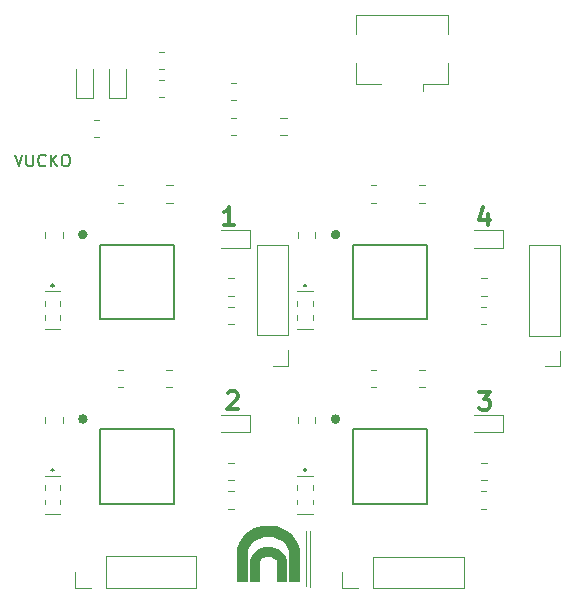
<source format=gbr>
%TF.GenerationSoftware,KiCad,Pcbnew,(6.0.4)*%
%TF.CreationDate,2022-04-04T02:45:16+02:00*%
%TF.ProjectId,DUINO,4455494e-4f2e-46b6-9963-61645f706362,rev?*%
%TF.SameCoordinates,Original*%
%TF.FileFunction,Legend,Top*%
%TF.FilePolarity,Positive*%
%FSLAX46Y46*%
G04 Gerber Fmt 4.6, Leading zero omitted, Abs format (unit mm)*
G04 Created by KiCad (PCBNEW (6.0.4)) date 2022-04-04 02:45:16*
%MOMM*%
%LPD*%
G01*
G04 APERTURE LIST*
%ADD10C,0.120000*%
%ADD11C,0.150000*%
%ADD12C,0.300000*%
%ADD13C,0.200000*%
%ADD14C,0.400000*%
%ADD15C,0.100000*%
%ADD16C,0.010000*%
G04 APERTURE END LIST*
D10*
X178628040Y-137012680D02*
X178628040Y-132339080D01*
X178272440Y-136961880D02*
X178272440Y-132339080D01*
D11*
X153575047Y-100442780D02*
X153908380Y-101442780D01*
X154241714Y-100442780D01*
X154575047Y-100442780D02*
X154575047Y-101252304D01*
X154622666Y-101347542D01*
X154670285Y-101395161D01*
X154765523Y-101442780D01*
X154956000Y-101442780D01*
X155051238Y-101395161D01*
X155098857Y-101347542D01*
X155146476Y-101252304D01*
X155146476Y-100442780D01*
X156194095Y-101347542D02*
X156146476Y-101395161D01*
X156003619Y-101442780D01*
X155908380Y-101442780D01*
X155765523Y-101395161D01*
X155670285Y-101299923D01*
X155622666Y-101204685D01*
X155575047Y-101014209D01*
X155575047Y-100871352D01*
X155622666Y-100680876D01*
X155670285Y-100585638D01*
X155765523Y-100490400D01*
X155908380Y-100442780D01*
X156003619Y-100442780D01*
X156146476Y-100490400D01*
X156194095Y-100538019D01*
X156622666Y-101442780D02*
X156622666Y-100442780D01*
X157194095Y-101442780D02*
X156765523Y-100871352D01*
X157194095Y-100442780D02*
X156622666Y-101014209D01*
X157813142Y-100442780D02*
X158003619Y-100442780D01*
X158098857Y-100490400D01*
X158194095Y-100585638D01*
X158241714Y-100776114D01*
X158241714Y-101109447D01*
X158194095Y-101299923D01*
X158098857Y-101395161D01*
X158003619Y-101442780D01*
X157813142Y-101442780D01*
X157717904Y-101395161D01*
X157622666Y-101299923D01*
X157575047Y-101109447D01*
X157575047Y-100776114D01*
X157622666Y-100585638D01*
X157717904Y-100490400D01*
X157813142Y-100442780D01*
D12*
X192895600Y-120539771D02*
X193824171Y-120539771D01*
X193324171Y-121111200D01*
X193538457Y-121111200D01*
X193681314Y-121182628D01*
X193752742Y-121254057D01*
X193824171Y-121396914D01*
X193824171Y-121754057D01*
X193752742Y-121896914D01*
X193681314Y-121968342D01*
X193538457Y-122039771D01*
X193109885Y-122039771D01*
X192967028Y-121968342D01*
X192895600Y-121896914D01*
X172183371Y-106393371D02*
X171326228Y-106393371D01*
X171754800Y-106393371D02*
X171754800Y-104893371D01*
X171611942Y-105107657D01*
X171469085Y-105250514D01*
X171326228Y-105321942D01*
X193630514Y-105444171D02*
X193630514Y-106444171D01*
X193273371Y-104872742D02*
X192916228Y-105944171D01*
X193844800Y-105944171D01*
X171631028Y-120631828D02*
X171702457Y-120560400D01*
X171845314Y-120488971D01*
X172202457Y-120488971D01*
X172345314Y-120560400D01*
X172416742Y-120631828D01*
X172488171Y-120774685D01*
X172488171Y-120917542D01*
X172416742Y-121131828D01*
X171559600Y-121988971D01*
X172488171Y-121988971D01*
D10*
%TO.C,C6*%
X166943752Y-118673000D02*
X166421248Y-118673000D01*
X166943752Y-120143000D02*
X166421248Y-120143000D01*
%TO.C,C7*%
X188343252Y-120143000D02*
X187820748Y-120143000D01*
X188343252Y-118673000D02*
X187820748Y-118673000D01*
%TO.C,C8*%
X166948752Y-104522000D02*
X166426248Y-104522000D01*
X166948752Y-103052000D02*
X166426248Y-103052000D01*
%TO.C,C9*%
X188343252Y-103052000D02*
X187820748Y-103052000D01*
X188343252Y-104522000D02*
X187820748Y-104522000D01*
%TO.C,C10*%
X157638500Y-123161752D02*
X157638500Y-122639248D01*
X156168500Y-123161752D02*
X156168500Y-122639248D01*
%TO.C,C11*%
X177568000Y-123161752D02*
X177568000Y-122639248D01*
X179038000Y-123161752D02*
X179038000Y-122639248D01*
%TO.C,C12*%
X157638500Y-107540752D02*
X157638500Y-107018248D01*
X156168500Y-107540752D02*
X156168500Y-107018248D01*
%TO.C,C13*%
X179038000Y-107540752D02*
X179038000Y-107018248D01*
X177568000Y-107540752D02*
X177568000Y-107018248D01*
%TO.C,C14*%
X171628248Y-128017000D02*
X172150752Y-128017000D01*
X171628248Y-126547000D02*
X172150752Y-126547000D01*
%TO.C,C15*%
X193027748Y-128017000D02*
X193550252Y-128017000D01*
X193027748Y-126547000D02*
X193550252Y-126547000D01*
%TO.C,C16*%
X171628248Y-110926000D02*
X172150752Y-110926000D01*
X171628248Y-112396000D02*
X172150752Y-112396000D01*
%TO.C,C17*%
X193027748Y-112396000D02*
X193550252Y-112396000D01*
X193027748Y-110926000D02*
X193550252Y-110926000D01*
%TO.C,C19*%
X176600752Y-98779000D02*
X176078248Y-98779000D01*
X176600752Y-97309000D02*
X176078248Y-97309000D01*
%TO.C,D9*%
X173549500Y-123953000D02*
X173549500Y-122483000D01*
X171089500Y-123953000D02*
X173549500Y-123953000D01*
X173549500Y-122483000D02*
X171089500Y-122483000D01*
%TO.C,D10*%
X194949000Y-123953000D02*
X194949000Y-122483000D01*
X194949000Y-122483000D02*
X192489000Y-122483000D01*
X192489000Y-123953000D02*
X194949000Y-123953000D01*
%TO.C,D11*%
X171089500Y-108332000D02*
X173549500Y-108332000D01*
X173549500Y-108332000D02*
X173549500Y-106862000D01*
X173549500Y-106862000D02*
X171089500Y-106862000D01*
%TO.C,D12*%
X194949000Y-106862000D02*
X192489000Y-106862000D01*
X194949000Y-108332000D02*
X194949000Y-106862000D01*
X192489000Y-108332000D02*
X194949000Y-108332000D01*
%TO.C,D13*%
X161571000Y-95640000D02*
X163041000Y-95640000D01*
X163041000Y-95640000D02*
X163041000Y-93180000D01*
X161571000Y-93180000D02*
X161571000Y-95640000D01*
%TO.C,D17*%
X160247000Y-95640000D02*
X160247000Y-93180000D01*
X158777000Y-95640000D02*
X160247000Y-95640000D01*
X158777000Y-93180000D02*
X158777000Y-95640000D01*
D13*
%TO.C,IC1*%
X160802000Y-129987500D02*
X160802000Y-123687500D01*
X160802000Y-123687500D02*
X167102000Y-123687500D01*
X167102000Y-123687500D02*
X167102000Y-129987500D01*
X167102000Y-129987500D02*
X160802000Y-129987500D01*
D14*
X159552000Y-122837500D02*
G75*
G03*
X159552000Y-122837500I-200000J0D01*
G01*
%TO.C,IC2*%
X180951500Y-122837500D02*
G75*
G03*
X180951500Y-122837500I-200000J0D01*
G01*
D13*
X188501500Y-123687500D02*
X188501500Y-129987500D01*
X188501500Y-129987500D02*
X182201500Y-129987500D01*
X182201500Y-123687500D02*
X188501500Y-123687500D01*
X182201500Y-129987500D02*
X182201500Y-123687500D01*
%TO.C,IC4*%
X188501500Y-114366500D02*
X182201500Y-114366500D01*
X182201500Y-108066500D02*
X188501500Y-108066500D01*
X182201500Y-114366500D02*
X182201500Y-108066500D01*
X188501500Y-108066500D02*
X188501500Y-114366500D01*
D14*
X180951500Y-107216500D02*
G75*
G03*
X180951500Y-107216500I-200000J0D01*
G01*
D10*
%TO.C,J1*%
X182512500Y-88613500D02*
X182512500Y-90223500D01*
X190232500Y-92723500D02*
X190232500Y-94433500D01*
X188172500Y-94433500D02*
X188172500Y-95023500D01*
X182512500Y-94433500D02*
X184572500Y-94433500D01*
X190232500Y-88613500D02*
X182512500Y-88613500D01*
X182512500Y-92723500D02*
X182512500Y-94433500D01*
X190232500Y-94433500D02*
X188172500Y-94433500D01*
X190232500Y-88613500D02*
X190232500Y-90223500D01*
%TO.C,R17*%
X162327936Y-120143000D02*
X162782064Y-120143000D01*
X162327936Y-118673000D02*
X162782064Y-118673000D01*
%TO.C,R18*%
X183727436Y-118673000D02*
X184181564Y-118673000D01*
X183727436Y-120143000D02*
X184181564Y-120143000D01*
%TO.C,R19*%
X162327936Y-104522000D02*
X162782064Y-104522000D01*
X162327936Y-103052000D02*
X162782064Y-103052000D01*
%TO.C,R20*%
X183727436Y-104522000D02*
X184181564Y-104522000D01*
X183727436Y-103052000D02*
X184181564Y-103052000D01*
%TO.C,R21*%
X172116564Y-130430000D02*
X171662436Y-130430000D01*
X172116564Y-128960000D02*
X171662436Y-128960000D01*
%TO.C,R22*%
X193516064Y-130430000D02*
X193061936Y-130430000D01*
X193516064Y-128960000D02*
X193061936Y-128960000D01*
%TO.C,R23*%
X172116564Y-113339000D02*
X171662436Y-113339000D01*
X172116564Y-114809000D02*
X171662436Y-114809000D01*
%TO.C,R24*%
X193516064Y-114809000D02*
X193061936Y-114809000D01*
X193516064Y-113339000D02*
X193061936Y-113339000D01*
%TO.C,R25*%
X172312064Y-94388000D02*
X171857936Y-94388000D01*
X172312064Y-95858000D02*
X171857936Y-95858000D01*
%TO.C,R26*%
X171857936Y-98779000D02*
X172312064Y-98779000D01*
X171857936Y-97309000D02*
X172312064Y-97309000D01*
%TO.C,R27*%
X165761936Y-94134000D02*
X166216064Y-94134000D01*
X165761936Y-95604000D02*
X166216064Y-95604000D01*
%TO.C,R28*%
X165761936Y-93191000D02*
X166216064Y-93191000D01*
X165761936Y-91721000D02*
X166216064Y-91721000D01*
%TO.C,R30*%
X160300936Y-98969500D02*
X160755064Y-98969500D01*
X160300936Y-97499500D02*
X160755064Y-97499500D01*
D15*
%TO.C,Y1*%
X156126500Y-129650500D02*
X156126500Y-130050500D01*
X157426500Y-127650500D02*
X156126500Y-127650500D01*
X157426500Y-130850500D02*
X156126500Y-130850500D01*
X157426500Y-129650500D02*
X157426500Y-130050500D01*
D13*
X156876500Y-127150500D02*
X156876500Y-127150500D01*
X156676500Y-127150500D02*
X156676500Y-127150500D01*
D15*
X157426500Y-128450500D02*
X157426500Y-128850500D01*
X156126500Y-128450500D02*
X156126500Y-128850500D01*
D13*
X156676500Y-127150500D02*
G75*
G03*
X156876500Y-127150500I100000J0D01*
G01*
X156876500Y-127150500D02*
G75*
G03*
X156676500Y-127150500I-100000J0D01*
G01*
D15*
%TO.C,Y2*%
X177526000Y-129650500D02*
X177526000Y-130050500D01*
X178826000Y-128450500D02*
X178826000Y-128850500D01*
X178826000Y-127650500D02*
X177526000Y-127650500D01*
X178826000Y-130850500D02*
X177526000Y-130850500D01*
X177526000Y-128450500D02*
X177526000Y-128850500D01*
D13*
X178076000Y-127150500D02*
X178076000Y-127150500D01*
X178276000Y-127150500D02*
X178276000Y-127150500D01*
D15*
X178826000Y-129650500D02*
X178826000Y-130050500D01*
D13*
X178276000Y-127150500D02*
G75*
G03*
X178076000Y-127150500I-100000J0D01*
G01*
X178076000Y-127150500D02*
G75*
G03*
X178276000Y-127150500I100000J0D01*
G01*
D15*
%TO.C,Y3*%
X157426500Y-115229500D02*
X156126500Y-115229500D01*
X156126500Y-112829500D02*
X156126500Y-113229500D01*
X157426500Y-114029500D02*
X157426500Y-114429500D01*
X157426500Y-112029500D02*
X156126500Y-112029500D01*
X156126500Y-114029500D02*
X156126500Y-114429500D01*
D13*
X156876500Y-111529500D02*
X156876500Y-111529500D01*
X156676500Y-111529500D02*
X156676500Y-111529500D01*
D15*
X157426500Y-112829500D02*
X157426500Y-113229500D01*
D13*
X156676500Y-111529500D02*
G75*
G03*
X156876500Y-111529500I100000J0D01*
G01*
X156876500Y-111529500D02*
G75*
G03*
X156676500Y-111529500I-100000J0D01*
G01*
D15*
%TO.C,Y4*%
X177526000Y-112829500D02*
X177526000Y-113229500D01*
X178826000Y-115229500D02*
X177526000Y-115229500D01*
X177526000Y-114029500D02*
X177526000Y-114429500D01*
D13*
X178076000Y-111529500D02*
X178076000Y-111529500D01*
X178276000Y-111529500D02*
X178276000Y-111529500D01*
D15*
X178826000Y-112029500D02*
X177526000Y-112029500D01*
X178826000Y-114029500D02*
X178826000Y-114429500D01*
X178826000Y-112829500D02*
X178826000Y-113229500D01*
D13*
X178076000Y-111529500D02*
G75*
G03*
X178276000Y-111529500I100000J0D01*
G01*
X178276000Y-111529500D02*
G75*
G03*
X178076000Y-111529500I-100000J0D01*
G01*
%TO.C,IC3*%
X160802000Y-114366500D02*
X160802000Y-108066500D01*
X167102000Y-114366500D02*
X160802000Y-114366500D01*
X167102000Y-108066500D02*
X167102000Y-114366500D01*
X160802000Y-108066500D02*
X167102000Y-108066500D01*
D14*
X159552000Y-107216500D02*
G75*
G03*
X159552000Y-107216500I-200000J0D01*
G01*
%TO.C,L1*%
G36*
X175156041Y-133684584D02*
G01*
X175250520Y-133687682D01*
X175325306Y-133693900D01*
X175390549Y-133704393D01*
X175456398Y-133720318D01*
X175520975Y-133739154D01*
X175758319Y-133829272D01*
X175969940Y-133946692D01*
X176153732Y-134089742D01*
X176307586Y-134256752D01*
X176429396Y-134446050D01*
X176441057Y-134468779D01*
X176466206Y-134521517D01*
X176487226Y-134573213D01*
X176504485Y-134627931D01*
X176518352Y-134689735D01*
X176529195Y-134762689D01*
X176537382Y-134850857D01*
X176543280Y-134958302D01*
X176547259Y-135089090D01*
X176549687Y-135247283D01*
X176550931Y-135436946D01*
X176551360Y-135662142D01*
X176551372Y-135686400D01*
X176551720Y-136531400D01*
X175772941Y-136531400D01*
X175767330Y-135664910D01*
X175761720Y-134798419D01*
X175711720Y-134724110D01*
X175635645Y-134640304D01*
X175526633Y-134562356D01*
X175391734Y-134495193D01*
X175373825Y-134487968D01*
X175274831Y-134461135D01*
X175150259Y-134445157D01*
X175013045Y-134440076D01*
X174876120Y-134445932D01*
X174752419Y-134462767D01*
X174667459Y-134485693D01*
X174534410Y-134548161D01*
X174420826Y-134627942D01*
X174336559Y-134718013D01*
X174331720Y-134724952D01*
X174281720Y-134798406D01*
X174261720Y-136521400D01*
X173491720Y-136532264D01*
X173491871Y-135706832D01*
X173492393Y-135522729D01*
X173493819Y-135346597D01*
X173496042Y-135183503D01*
X173498954Y-135038514D01*
X173502447Y-134916697D01*
X173506413Y-134823120D01*
X173510745Y-134762849D01*
X173512194Y-134751400D01*
X173559902Y-134570202D01*
X173643934Y-134394601D01*
X173760636Y-134228932D01*
X173906353Y-134077529D01*
X174077429Y-133944725D01*
X174270210Y-133834856D01*
X174294914Y-133823288D01*
X174418957Y-133770365D01*
X174532071Y-133732051D01*
X174645052Y-133706297D01*
X174768698Y-133691053D01*
X174913805Y-133684270D01*
X175031720Y-133683451D01*
X175156041Y-133684584D01*
G37*
D16*
X175156041Y-133684584D02*
X175250520Y-133687682D01*
X175325306Y-133693900D01*
X175390549Y-133704393D01*
X175456398Y-133720318D01*
X175520975Y-133739154D01*
X175758319Y-133829272D01*
X175969940Y-133946692D01*
X176153732Y-134089742D01*
X176307586Y-134256752D01*
X176429396Y-134446050D01*
X176441057Y-134468779D01*
X176466206Y-134521517D01*
X176487226Y-134573213D01*
X176504485Y-134627931D01*
X176518352Y-134689735D01*
X176529195Y-134762689D01*
X176537382Y-134850857D01*
X176543280Y-134958302D01*
X176547259Y-135089090D01*
X176549687Y-135247283D01*
X176550931Y-135436946D01*
X176551360Y-135662142D01*
X176551372Y-135686400D01*
X176551720Y-136531400D01*
X175772941Y-136531400D01*
X175767330Y-135664910D01*
X175761720Y-134798419D01*
X175711720Y-134724110D01*
X175635645Y-134640304D01*
X175526633Y-134562356D01*
X175391734Y-134495193D01*
X175373825Y-134487968D01*
X175274831Y-134461135D01*
X175150259Y-134445157D01*
X175013045Y-134440076D01*
X174876120Y-134445932D01*
X174752419Y-134462767D01*
X174667459Y-134485693D01*
X174534410Y-134548161D01*
X174420826Y-134627942D01*
X174336559Y-134718013D01*
X174331720Y-134724952D01*
X174281720Y-134798406D01*
X174261720Y-136521400D01*
X173491720Y-136532264D01*
X173491871Y-135706832D01*
X173492393Y-135522729D01*
X173493819Y-135346597D01*
X173496042Y-135183503D01*
X173498954Y-135038514D01*
X173502447Y-134916697D01*
X173506413Y-134823120D01*
X173510745Y-134762849D01*
X173512194Y-134751400D01*
X173559902Y-134570202D01*
X173643934Y-134394601D01*
X173760636Y-134228932D01*
X173906353Y-134077529D01*
X174077429Y-133944725D01*
X174270210Y-133834856D01*
X174294914Y-133823288D01*
X174418957Y-133770365D01*
X174532071Y-133732051D01*
X174645052Y-133706297D01*
X174768698Y-133691053D01*
X174913805Y-133684270D01*
X175031720Y-133683451D01*
X175156041Y-133684584D01*
G36*
X175171064Y-131863319D02*
G01*
X175289183Y-131865997D01*
X175384835Y-131871066D01*
X175466779Y-131879179D01*
X175543776Y-131890991D01*
X175624583Y-131907157D01*
X175626393Y-131907550D01*
X175942446Y-131994238D01*
X176236486Y-132112885D01*
X176513090Y-132265567D01*
X176699885Y-132394631D01*
X176946001Y-132601045D01*
X177155896Y-132823816D01*
X177330285Y-133063945D01*
X177469882Y-133322435D01*
X177575402Y-133600286D01*
X177586517Y-133637408D01*
X177640002Y-133821400D01*
X177653542Y-136531400D01*
X176811720Y-136531400D01*
X176811568Y-135336400D01*
X176811383Y-135069388D01*
X176810785Y-134839023D01*
X176809602Y-134641949D01*
X176807659Y-134474816D01*
X176804785Y-134334269D01*
X176800805Y-134216956D01*
X176795548Y-134119522D01*
X176788840Y-134038615D01*
X176780509Y-133970882D01*
X176770380Y-133912970D01*
X176758282Y-133861525D01*
X176744041Y-133813194D01*
X176730998Y-133774542D01*
X176645448Y-133588611D01*
X176524664Y-133411424D01*
X176373095Y-133246703D01*
X176195191Y-133098171D01*
X175995401Y-132969549D01*
X175778175Y-132864562D01*
X175551720Y-132787936D01*
X175484863Y-132771178D01*
X175422357Y-132759077D01*
X175355719Y-132750933D01*
X175276467Y-132746045D01*
X175176117Y-132743712D01*
X175046187Y-132743232D01*
X175011720Y-132743309D01*
X174871929Y-132744358D01*
X174763784Y-132747049D01*
X174678944Y-132752089D01*
X174609065Y-132760181D01*
X174545805Y-132772031D01*
X174481720Y-132788098D01*
X174252568Y-132867085D01*
X174035396Y-132973849D01*
X173835482Y-133104362D01*
X173658103Y-133254593D01*
X173508534Y-133420515D01*
X173392053Y-133598098D01*
X173373322Y-133634395D01*
X173345985Y-133690440D01*
X173322434Y-133741829D01*
X173302387Y-133791914D01*
X173285559Y-133844047D01*
X173271669Y-133901580D01*
X173260433Y-133967865D01*
X173251567Y-134046254D01*
X173244788Y-134140098D01*
X173239814Y-134252751D01*
X173236361Y-134387563D01*
X173234146Y-134547887D01*
X173232885Y-134737075D01*
X173232296Y-134958478D01*
X173232095Y-135215450D01*
X173232067Y-135306400D01*
X173231720Y-136531400D01*
X172390151Y-136531400D01*
X172396982Y-135166400D01*
X172398342Y-134887382D01*
X172399659Y-134645056D01*
X172401271Y-134436116D01*
X172403517Y-134257255D01*
X172406737Y-134105168D01*
X172411267Y-133976549D01*
X172417446Y-133868091D01*
X172425614Y-133776488D01*
X172436108Y-133698434D01*
X172449267Y-133630624D01*
X172465429Y-133569750D01*
X172484933Y-133512507D01*
X172508118Y-133455589D01*
X172535321Y-133395689D01*
X172566882Y-133329502D01*
X172589961Y-133281400D01*
X172727202Y-133038533D01*
X172898788Y-132808560D01*
X173100082Y-132595398D01*
X173326446Y-132402968D01*
X173573247Y-132235187D01*
X173835846Y-132095975D01*
X174109608Y-131989249D01*
X174124225Y-131984610D01*
X174263081Y-131942991D01*
X174385126Y-131911724D01*
X174500430Y-131889438D01*
X174619063Y-131874760D01*
X174751096Y-131866320D01*
X174906599Y-131862746D01*
X175021720Y-131862376D01*
X175171064Y-131863319D01*
G37*
X175171064Y-131863319D02*
X175289183Y-131865997D01*
X175384835Y-131871066D01*
X175466779Y-131879179D01*
X175543776Y-131890991D01*
X175624583Y-131907157D01*
X175626393Y-131907550D01*
X175942446Y-131994238D01*
X176236486Y-132112885D01*
X176513090Y-132265567D01*
X176699885Y-132394631D01*
X176946001Y-132601045D01*
X177155896Y-132823816D01*
X177330285Y-133063945D01*
X177469882Y-133322435D01*
X177575402Y-133600286D01*
X177586517Y-133637408D01*
X177640002Y-133821400D01*
X177653542Y-136531400D01*
X176811720Y-136531400D01*
X176811568Y-135336400D01*
X176811383Y-135069388D01*
X176810785Y-134839023D01*
X176809602Y-134641949D01*
X176807659Y-134474816D01*
X176804785Y-134334269D01*
X176800805Y-134216956D01*
X176795548Y-134119522D01*
X176788840Y-134038615D01*
X176780509Y-133970882D01*
X176770380Y-133912970D01*
X176758282Y-133861525D01*
X176744041Y-133813194D01*
X176730998Y-133774542D01*
X176645448Y-133588611D01*
X176524664Y-133411424D01*
X176373095Y-133246703D01*
X176195191Y-133098171D01*
X175995401Y-132969549D01*
X175778175Y-132864562D01*
X175551720Y-132787936D01*
X175484863Y-132771178D01*
X175422357Y-132759077D01*
X175355719Y-132750933D01*
X175276467Y-132746045D01*
X175176117Y-132743712D01*
X175046187Y-132743232D01*
X175011720Y-132743309D01*
X174871929Y-132744358D01*
X174763784Y-132747049D01*
X174678944Y-132752089D01*
X174609065Y-132760181D01*
X174545805Y-132772031D01*
X174481720Y-132788098D01*
X174252568Y-132867085D01*
X174035396Y-132973849D01*
X173835482Y-133104362D01*
X173658103Y-133254593D01*
X173508534Y-133420515D01*
X173392053Y-133598098D01*
X173373322Y-133634395D01*
X173345985Y-133690440D01*
X173322434Y-133741829D01*
X173302387Y-133791914D01*
X173285559Y-133844047D01*
X173271669Y-133901580D01*
X173260433Y-133967865D01*
X173251567Y-134046254D01*
X173244788Y-134140098D01*
X173239814Y-134252751D01*
X173236361Y-134387563D01*
X173234146Y-134547887D01*
X173232885Y-134737075D01*
X173232296Y-134958478D01*
X173232095Y-135215450D01*
X173232067Y-135306400D01*
X173231720Y-136531400D01*
X172390151Y-136531400D01*
X172396982Y-135166400D01*
X172398342Y-134887382D01*
X172399659Y-134645056D01*
X172401271Y-134436116D01*
X172403517Y-134257255D01*
X172406737Y-134105168D01*
X172411267Y-133976549D01*
X172417446Y-133868091D01*
X172425614Y-133776488D01*
X172436108Y-133698434D01*
X172449267Y-133630624D01*
X172465429Y-133569750D01*
X172484933Y-133512507D01*
X172508118Y-133455589D01*
X172535321Y-133395689D01*
X172566882Y-133329502D01*
X172589961Y-133281400D01*
X172727202Y-133038533D01*
X172898788Y-132808560D01*
X173100082Y-132595398D01*
X173326446Y-132402968D01*
X173573247Y-132235187D01*
X173835846Y-132095975D01*
X174109608Y-131989249D01*
X174124225Y-131984610D01*
X174263081Y-131942991D01*
X174385126Y-131911724D01*
X174500430Y-131889438D01*
X174619063Y-131874760D01*
X174751096Y-131866320D01*
X174906599Y-131862746D01*
X175021720Y-131862376D01*
X175171064Y-131863319D01*
D10*
%TO.C,J2*%
X199780200Y-115773200D02*
X199780200Y-108093200D01*
X197120200Y-115773200D02*
X197120200Y-108093200D01*
X199780200Y-115773200D02*
X197120200Y-115773200D01*
X199780200Y-117043200D02*
X199780200Y-118373200D01*
X199780200Y-118373200D02*
X198450200Y-118373200D01*
X199780200Y-108093200D02*
X197120200Y-108093200D01*
%TO.C,J3*%
X183934100Y-134471100D02*
X191614100Y-134471100D01*
X191614100Y-137131100D02*
X191614100Y-134471100D01*
X183934100Y-137131100D02*
X183934100Y-134471100D01*
X182664100Y-137131100D02*
X181334100Y-137131100D01*
X181334100Y-137131100D02*
X181334100Y-135801100D01*
X183934100Y-137131100D02*
X191614100Y-137131100D01*
%TO.C,J5*%
X158690000Y-137105700D02*
X158690000Y-135775700D01*
X160020000Y-137105700D02*
X158690000Y-137105700D01*
X161290000Y-134445700D02*
X168970000Y-134445700D01*
X161290000Y-137105700D02*
X168970000Y-137105700D01*
X168970000Y-137105700D02*
X168970000Y-134445700D01*
X161290000Y-137105700D02*
X161290000Y-134445700D01*
%TO.C,J6*%
X176747480Y-118342720D02*
X175417480Y-118342720D01*
X176747480Y-115742720D02*
X176747480Y-108062720D01*
X176747480Y-115742720D02*
X174087480Y-115742720D01*
X176747480Y-108062720D02*
X174087480Y-108062720D01*
X176747480Y-117012720D02*
X176747480Y-118342720D01*
X174087480Y-115742720D02*
X174087480Y-108062720D01*
%TD*%
M02*

</source>
